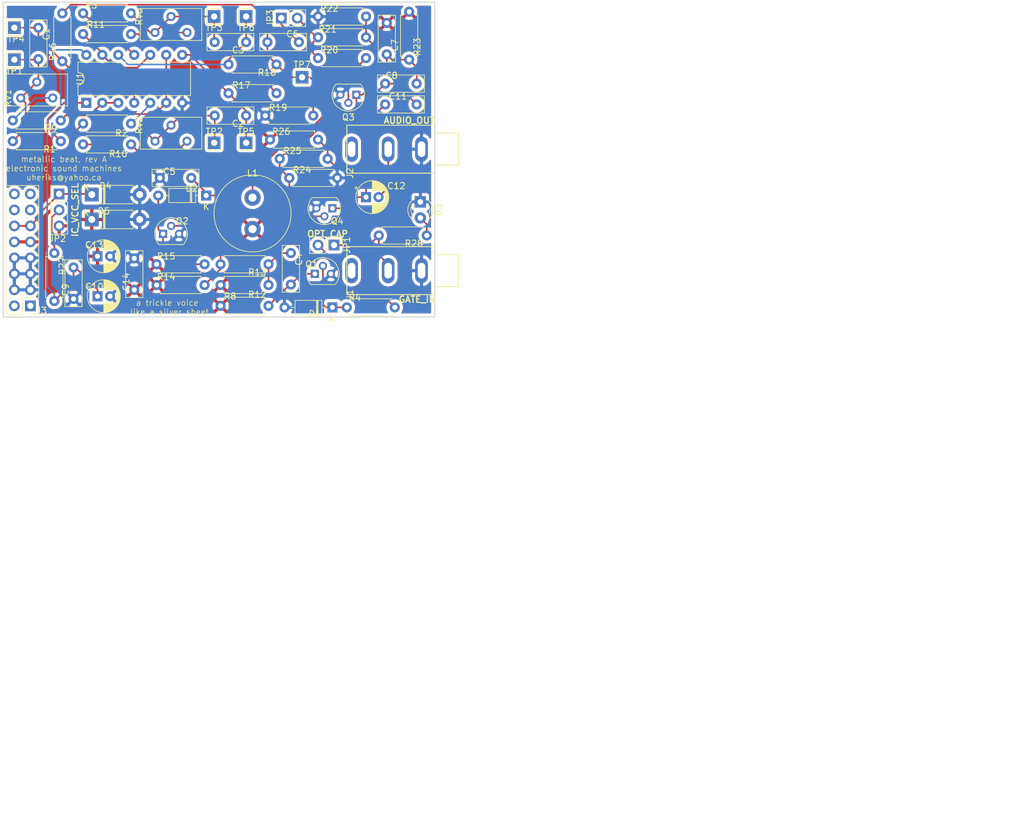
<source format=kicad_pcb>
(kicad_pcb (version 20171130) (host pcbnew "(5.0.0-3-g5ebb6b6)")
  (layers (0 F.Cu signal) (31 B.Cu signal) (34 B.Paste user) (35 F.Paste user) (36 B.SilkS user) (37 F.SilkS user) (38 B.Mask user) (39 F.Mask user) (44 Edge.Cuts user))
  (net 0 "")
  (net 1 "Net-(C1-Pad1)")
  (net 2 "Net-(C1-Pad2)")
  (net 3 "Net-(C2-Pad2)")
  (net 4 "Net-(C2-Pad1)")
  (net 5 "Net-(C3-Pad1)")
  (net 6 "Net-(C3-Pad2)")
  (net 7 "Net-(C4-Pad2)")
  (net 8 "Net-(C4-Pad1)")
  (net 9 "Net-(C5-Pad2)")
  (net 10 GND)
  (net 11 "Net-(C6-Pad1)")
  (net 12 "Net-(C6-Pad2)")
  (net 13 "Net-(C7-Pad2)")
  (net 14 +12V)
  (net 15 "Net-(C11-Pad2)")
  (net 16 "Net-(C10-Pad1)")
  (net 17 "Net-(C11-Pad1)")
  (net 18 "Net-(C12-Pad2)")
  (net 19 "Net-(D1-Pad1)")
  (net 20 "Net-(D2-Pad2)")
  (net 21 "Net-(D3-Pad2)")
  (net 22 "Net-(J1-Pad1)")
  (net 23 +5V)
  (net 24 "Net-(JP1-Pad2)")
  (net 25 "Net-(JP2-Pad2)")
  (net 26 "Net-(R1-Pad1)")
  (net 27 "Net-(R2-Pad1)")
  (net 28 "Net-(R3-Pad1)")
  (net 29 "Net-(R9-Pad1)")
  (net 30 "Net-(R9-Pad2)")
  (net 31 "Net-(R10-Pad2)")
  (net 32 "Net-(R10-Pad1)")
  (net 33 "Net-(R11-Pad1)")
  (net 34 "Net-(R11-Pad2)")
  (net 35 "Net-(Q2-Pad2)")
  (net 36 "Net-(Q3-Pad2)")
  (net 37 "Net-(JP3-Pad2)")
  (module Capacitor_THT:C_Rect_L7.2mm_W2.5mm_P5.00mm_FKS2_FKP2_MKS2_MKP2 (layer F.Cu) (at 114.808 65.786 270)
    (fp_text reference C1 (at 1.016 -1.27 270) (layer F.SilkS))
    (fp_text value "1.5 nF")
    (pad 1 thru_hole circle (at 0 0 270) (size 1.6 1.6) (drill 0.8) (layers *.Cu *.Mask) (net 1 "Net-(C1-Pad1)"))
    (pad 2 thru_hole circle (at 5 0 270) (size 1.6 1.6) (drill 0.8) (layers *.Cu *.Mask) (net 2 "Net-(C1-Pad2)"))
  )
  (module Capacitor_THT:C_Rect_L7.2mm_W2.5mm_P5.00mm_FKS2_FKP2_MKS2_MKP2 (layer F.Cu) (at 147.828 79.756 180)
    (fp_text reference C2 (at 1.27 -1.27 180) (layer F.SilkS))
    (fp_text value "1.8 nF")
    (pad 2 thru_hole circle (at 5 0 180) (size 1.6 1.6) (drill 0.8) (layers *.Cu *.Mask) (net 3 "Net-(C2-Pad2)"))
    (pad 1 thru_hole circle (at 0 0 180) (size 1.6 1.6) (drill 0.8) (layers *.Cu *.Mask) (net 4 "Net-(C2-Pad1)"))
  )
  (module Capacitor_THT:C_Rect_L7.2mm_W2.5mm_P5.00mm_FKS2_FKP2_MKS2_MKP2 (layer F.Cu) (at 147.828 68.072 180)
    (fp_text reference C3 (at 1.27 -1.27 180) (layer F.SilkS))
    (fp_text value "2.2 nF")
    (pad 1 thru_hole circle (at 0 0 180) (size 1.6 1.6) (drill 0.8) (layers *.Cu *.Mask) (net 5 "Net-(C3-Pad1)"))
    (pad 2 thru_hole circle (at 5 0 180) (size 1.6 1.6) (drill 0.8) (layers *.Cu *.Mask) (net 6 "Net-(C3-Pad2)"))
  )
  (module Capacitor_THT:C_Rect_L7.2mm_W2.5mm_P5.00mm_FKS2_FKP2_MKS2_MKP2 (layer F.Cu) (at 154.94 101.6 270)
    (fp_text reference C4 (at 1.016 -1.27 270) (layer F.SilkS))
    (fp_text value "470 nF")
    (pad 2 thru_hole circle (at 5 0 270) (size 1.6 1.6) (drill 0.8) (layers *.Cu *.Mask) (net 7 "Net-(C4-Pad2)"))
    (pad 1 thru_hole circle (at 0 0 270) (size 1.6 1.6) (drill 0.8) (layers *.Cu *.Mask) (net 8 "Net-(C4-Pad1)"))
  )
  (module Capacitor_THT:C_Rect_L7.2mm_W2.5mm_P5.00mm_FKS2_FKP2_MKS2_MKP2 (layer F.Cu) (at 134.112 89.662)
    (fp_text reference C5 (at 1.524 -1.016) (layer F.SilkS))
    (fp_text value "22 nF")
    (pad 2 thru_hole circle (at 5 0) (size 1.6 1.6) (drill 0.8) (layers *.Cu *.Mask) (net 9 "Net-(C5-Pad2)"))
    (pad 1 thru_hole circle (at 0 0) (size 1.6 1.6) (drill 0.8) (layers *.Cu *.Mask) (net 10 GND))
  )
  (module Capacitor_THT:C_Rect_L7.2mm_W2.5mm_P5.00mm_FKS2_FKP2_MKS2_MKP2 (layer F.Cu) (at 156.21 68.072 180)
    (fp_text reference C6 (at 1.016 1.27 180) (layer F.SilkS))
    (fp_text value "15 nF")
    (pad 1 thru_hole circle (at 0 0 180) (size 1.6 1.6) (drill 0.8) (layers *.Cu *.Mask) (net 11 "Net-(C6-Pad1)"))
    (pad 2 thru_hole circle (at 5 0 180) (size 1.6 1.6) (drill 0.8) (layers *.Cu *.Mask) (net 12 "Net-(C6-Pad2)"))
  )
  (module Capacitor_THT:C_Rect_L7.2mm_W2.5mm_P5.00mm_FKS2_FKP2_MKS2_MKP2 (layer F.Cu) (at 170.18 65.024 270)
    (fp_text reference C7 (at 3.556 -1.27 270) (layer F.SilkS))
    (fp_text value "15 nF")
    (pad 2 thru_hole circle (at 5 0 270) (size 1.6 1.6) (drill 0.8) (layers *.Cu *.Mask) (net 13 "Net-(C7-Pad2)"))
    (pad 1 thru_hole circle (at 0 0 270) (size 1.6 1.6) (drill 0.8) (layers *.Cu *.Mask) (net 14 +12V))
  )
  (module Capacitor_THT:C_Rect_L7.2mm_W2.5mm_P5.00mm_FKS2_FKP2_MKS2_MKP2 (layer F.Cu) (at 169.926 74.676)
    (fp_text reference C8 (at 1.016 -1.27) (layer F.SilkS))
    (fp_text value 68nF)
    (pad 1 thru_hole circle (at 0 0) (size 1.6 1.6) (drill 0.8) (layers *.Cu *.Mask) (net 15 "Net-(C11-Pad2)"))
    (pad 2 thru_hole circle (at 5 0) (size 1.6 1.6) (drill 0.8) (layers *.Cu *.Mask) (net 13 "Net-(C7-Pad2)"))
  )
  (module Capacitor_THT:C_Rect_L7.2mm_W2.5mm_P5.00mm_FKS2_FKP2_MKS2_MKP2 (layer F.Cu) (at 120.396 103.886 270)
    (fp_text reference C9 (at 3.556 1.27 270) (layer F.SilkS))
    (fp_text value 100nF)
    (pad 1 thru_hole circle (at 0 0 270) (size 1.6 1.6) (drill 0.8) (layers *.Cu *.Mask) (net 16 "Net-(C10-Pad1)"))
    (pad 2 thru_hole circle (at 5 0 270) (size 1.6 1.6) (drill 0.8) (layers *.Cu *.Mask) (net 10 GND))
  )
  (module Capacitor_THT:CP_Radial_D5.0mm_P2.00mm (layer F.Cu) (at 124.206 108.458)
    (fp_text reference C10 (at -0.508 -1.524) (layer F.SilkS))
    (fp_text value 10uF)
    (pad 1 thru_hole rect (at 0 0) (size 1.6 1.6) (drill 0.8) (layers *.Cu *.Mask) (net 16 "Net-(C10-Pad1)"))
    (pad 2 thru_hole circle (at 2 0) (size 1.6 1.6) (drill 0.8) (layers *.Cu *.Mask) (net 10 GND))
  )
  (module Capacitor_THT:C_Rect_L7.2mm_W2.5mm_P5.00mm_FKS2_FKP2_MKS2_MKP2 (layer F.Cu) (at 169.926 77.978)
    (fp_text reference C11 (at 2.032 -1.27) (layer F.SilkS))
    (fp_text value 100pF)
    (pad 2 thru_hole circle (at 5 0) (size 1.6 1.6) (drill 0.8) (layers *.Cu *.Mask) (net 15 "Net-(C11-Pad2)"))
    (pad 1 thru_hole circle (at 0 0) (size 1.6 1.6) (drill 0.8) (layers *.Cu *.Mask) (net 17 "Net-(C11-Pad1)"))
  )
  (module Capacitor_THT:CP_Radial_D5.0mm_P2.00mm (layer F.Cu) (at 166.878 92.71)
    (fp_text reference C12 (at 4.826 -1.778) (layer F.SilkS))
    (fp_text value 4.7uF)
    (pad 1 thru_hole rect (at 0 0) (size 1.6 1.6) (drill 0.8) (layers *.Cu *.Mask) (net 17 "Net-(C11-Pad1)"))
    (pad 2 thru_hole circle (at 2 0) (size 1.6 1.6) (drill 0.8) (layers *.Cu *.Mask) (net 18 "Net-(C12-Pad2)"))
  )
  (module Capacitor_THT:CP_Radial_D5.0mm_P2.00mm (layer F.Cu) (at 124.206 102.108)
    (fp_text reference C13 (at -0.508 -1.778) (layer F.SilkS))
    (fp_text value 10uF)
    (pad 2 thru_hole circle (at 2 0) (size 1.6 1.6) (drill 0.8) (layers *.Cu *.Mask) (net 10 GND))
    (pad 1 thru_hole rect (at 0 0) (size 1.6 1.6) (drill 0.8) (layers *.Cu *.Mask) (net 14 +12V))
  )
  (module Capacitor_THT:C_Rect_L7.2mm_W2.5mm_P5.00mm_FKS2_FKP2_MKS2_MKP2 (layer F.Cu) (at 130.048 107.442 90)
    (fp_text reference C14 (at 1.27 -1.27 90) (layer F.SilkS))
    (fp_text value 100nF)
    (pad 1 thru_hole circle (at 0 0 90) (size 1.6 1.6) (drill 0.8) (layers *.Cu *.Mask) (net 14 +12V))
    (pad 2 thru_hole circle (at 5 0 90) (size 1.6 1.6) (drill 0.8) (layers *.Cu *.Mask) (net 10 GND))
  )
  (module Diode_THT:D_DO-35_SOD27_P7.62mm_Horizontal (layer F.Cu) (at 161.544 110.236 180)
    (fp_text reference D1 (at 2.794 -1.016 180) (layer F.SilkS))
    (fp_text value 1N4148)
    (fp_text user K (at 0 -1.8 180) (layer F.SilkS))
    (pad 1 thru_hole rect (at 0 0 180) (size 1.6 1.6) (drill 0.8) (layers *.Cu *.Mask) (net 19 "Net-(D1-Pad1)"))
    (pad 2 thru_hole oval (at 7.62 0 180) (size 1.6 1.6) (drill 0.8) (layers *.Cu *.Mask) (net 10 GND))
  )
  (module Diode_THT:D_DO-35_SOD27_P7.62mm_Horizontal (layer F.Cu) (at 141.478 92.456 180)
    (fp_text reference D2 (at 2.29 1.12 180) (layer F.SilkS))
    (fp_text value 1N4148)
    (fp_text user K (at 0 -1.8 180) (layer F.SilkS))
    (pad 2 thru_hole oval (at 7.62 0 180) (size 1.6 1.6) (drill 0.8) (layers *.Cu *.Mask) (net 20 "Net-(D2-Pad2)"))
    (pad 1 thru_hole rect (at 0 0 180) (size 1.6 1.6) (drill 0.8) (layers *.Cu *.Mask) (net 9 "Net-(C5-Pad2)"))
  )
  (module LED_THT:LED_D3.0mm_FlatTop (layer F.Cu) (at 175.514 93.472 270)
    (fp_text reference D3 (at 1.27 -2.96 270) (layer F.SilkS))
    (fp_text value "LOW POWER LED")
    (pad 1 thru_hole rect (at 0 0 270) (size 1.8 1.8) (drill 0.9) (layers *.Cu *.Mask) (net 10 GND))
    (pad 2 thru_hole circle (at 2.54 0 270) (size 1.8 1.8) (drill 0.9) (layers *.Cu *.Mask) (net 21 "Net-(D3-Pad2)"))
  )
  (module kicadlib:Switchcraft_35RAPC2AV_3_5_mm_jack_no_switch (layer F.Cu) (at 163.83 108.204 90)
    (fp_text reference J1 (at 0 0.5 90) (layer F.SilkS))
    (fp_text value GATE_IN)
    (pad "" thru_hole oval (at 3.81 0.77 90) (size 4 2) (drill oval 2.5 1.2) (layers *.Cu *.Mask))
    (pad 1 thru_hole oval (at 3.81 6.57 90) (size 4 2) (drill oval 2.5 1.2) (layers *.Cu *.Mask) (net 22 "Net-(J1-Pad1)"))
    (pad 2 thru_hole oval (at 3.81 11.87 90) (size 4 2) (drill oval 2.5 1.2) (layers *.Cu *.Mask) (net 10 GND))
  )
  (module kicadlib:Switchcraft_35RAPC2AV_3_5_mm_jack_no_switch (layer F.Cu) (at 163.83 88.9 90)
    (fp_text reference J2 (at 0 0.5 90) (layer F.SilkS))
    (fp_text value AUDIO_OUT)
    (pad 2 thru_hole oval (at 3.81 11.87 90) (size 4 2) (drill oval 2.5 1.2) (layers *.Cu *.Mask) (net 10 GND))
    (pad 1 thru_hole oval (at 3.81 6.57 90) (size 4 2) (drill oval 2.5 1.2) (layers *.Cu *.Mask) (net 18 "Net-(C12-Pad2)"))
    (pad "" thru_hole oval (at 3.81 0.77 90) (size 4 2) (drill oval 2.5 1.2) (layers *.Cu *.Mask))
  )
  (module Connector_PinHeader_2.54mm:PinHeader_2x08_P2.54mm_Vertical (layer F.Cu) (at 113.538 109.982 180)
    (fp_text reference J3 (at -1.778 -0.762 180) (layer F.SilkS))
    (fp_text value POWER)
    (pad 1 thru_hole rect (at 0 0 180) (size 1.7 1.7) (drill 1) (layers *.Cu *.Mask))
    (pad 2 thru_hole oval (at 2.54 0 180) (size 1.7 1.7) (drill 1) (layers *.Cu *.Mask))
    (pad 3 thru_hole oval (at 0 2.54 180) (size 1.7 1.7) (drill 1) (layers *.Cu *.Mask) (net 10 GND))
    (pad 4 thru_hole oval (at 2.54 2.54 180) (size 1.7 1.7) (drill 1) (layers *.Cu *.Mask) (net 10 GND))
    (pad 5 thru_hole oval (at 0 5.08 180) (size 1.7 1.7) (drill 1) (layers *.Cu *.Mask) (net 10 GND))
    (pad 6 thru_hole oval (at 2.54 5.08 180) (size 1.7 1.7) (drill 1) (layers *.Cu *.Mask) (net 10 GND))
    (pad 7 thru_hole oval (at 0 7.62 180) (size 1.7 1.7) (drill 1) (layers *.Cu *.Mask) (net 10 GND))
    (pad 8 thru_hole oval (at 2.54 7.62 180) (size 1.7 1.7) (drill 1) (layers *.Cu *.Mask) (net 10 GND))
    (pad 9 thru_hole oval (at 0 10.16 180) (size 1.7 1.7) (drill 1) (layers *.Cu *.Mask) (net 14 +12V))
    (pad 10 thru_hole oval (at 2.54 10.16 180) (size 1.7 1.7) (drill 1) (layers *.Cu *.Mask) (net 14 +12V))
    (pad 11 thru_hole oval (at 0 12.7 180) (size 1.7 1.7) (drill 1) (layers *.Cu *.Mask) (net 23 +5V))
    (pad 12 thru_hole oval (at 2.54 12.7 180) (size 1.7 1.7) (drill 1) (layers *.Cu *.Mask) (net 23 +5V))
    (pad 13 thru_hole oval (at 0 15.24 180) (size 1.7 1.7) (drill 1) (layers *.Cu *.Mask))
    (pad 14 thru_hole oval (at 2.54 15.24 180) (size 1.7 1.7) (drill 1) (layers *.Cu *.Mask))
    (pad 15 thru_hole oval (at 0 17.78 180) (size 1.7 1.7) (drill 1) (layers *.Cu *.Mask))
    (pad 16 thru_hole oval (at 2.54 17.78 180) (size 1.7 1.7) (drill 1) (layers *.Cu *.Mask))
  )
  (module Connector_PinHeader_2.54mm:PinHeader_1x02_P2.54mm_Vertical (layer F.Cu) (at 161.798 100.33 270)
    (fp_text reference JP1 (at 0 -2.032 270) (layer F.SilkS))
    (fp_text value OPT_CAP)
    (pad 1 thru_hole rect (at 0 0 270) (size 1.7 1.7) (drill 1) (layers *.Cu *.Mask) (net 22 "Net-(J1-Pad1)"))
    (pad 2 thru_hole oval (at 0 2.54 270) (size 1.7 1.7) (drill 1) (layers *.Cu *.Mask) (net 24 "Net-(JP1-Pad2)"))
  )
  (module Connector_PinHeader_2.54mm:PinHeader_1x03_P2.54mm_Vertical (layer F.Cu) (at 118.11 92.202)
    (fp_text reference JP2 (at -0.254 7.112) (layer F.SilkS))
    (fp_text value IC_VCC_SEL)
    (pad 1 thru_hole rect (at 0 0) (size 1.7 1.7) (drill 1) (layers *.Cu *.Mask) (net 23 +5V))
    (pad 2 thru_hole oval (at 0 2.54) (size 1.7 1.7) (drill 1) (layers *.Cu *.Mask) (net 25 "Net-(JP2-Pad2)"))
    (pad 3 thru_hole oval (at 0 5.08) (size 1.7 1.7) (drill 1) (layers *.Cu *.Mask) (net 14 +12V))
  )
  (module Inductor_THT:L_Radial_D12.0mm_P5.00mm_Fastron_11P (layer F.Cu) (at 148.844 97.79 90)
    (fp_text reference L1 (at 8.89 0 180) (layer F.SilkS))
    (fp_text value "47 mH")
    (pad 1 thru_hole circle (at 0 0 90) (size 2.6 2.6) (drill 1.3) (layers *.Cu *.Mask) (net 14 +12V))
    (pad 2 thru_hole circle (at 5 0 90) (size 2.6 2.6) (drill 1.3) (layers *.Cu *.Mask) (net 13 "Net-(C7-Pad2)"))
  )
  (module Resistor_THT:R_Axial_DIN0207_L6.3mm_D2.5mm_P7.62mm_Horizontal (layer F.Cu) (at 118.364 83.82 180)
    (fp_text reference R1 (at 1.778 -1.27 180) (layer F.SilkS))
    (fp_text value 4.7k)
    (pad 2 thru_hole oval (at 7.62 0 180) (size 1.6 1.6) (drill 0.8) (layers *.Cu *.Mask) (net 2 "Net-(C1-Pad2)"))
    (pad 1 thru_hole circle (at 0 0 180) (size 1.6 1.6) (drill 0.8) (layers *.Cu *.Mask) (net 26 "Net-(R1-Pad1)"))
  )
  (module Resistor_THT:R_Axial_DIN0207_L6.3mm_D2.5mm_P7.62mm_Horizontal (layer F.Cu) (at 129.54 81.026 180)
    (fp_text reference R2 (at 1.524 -1.524 180) (layer F.SilkS))
    (fp_text value 4.7k)
    (pad 2 thru_hole oval (at 7.62 0 180) (size 1.6 1.6) (drill 0.8) (layers *.Cu *.Mask) (net 3 "Net-(C2-Pad2)"))
    (pad 1 thru_hole circle (at 0 0 180) (size 1.6 1.6) (drill 0.8) (layers *.Cu *.Mask) (net 27 "Net-(R2-Pad1)"))
  )
  (module Resistor_THT:R_Axial_DIN0207_L6.3mm_D2.5mm_P7.62mm_Horizontal (layer F.Cu) (at 121.92 63.5)
    (fp_text reference R3 (at 1.27 -1.27) (layer F.SilkS))
    (fp_text value 4.7k)
    (pad 1 thru_hole circle (at 0 0) (size 1.6 1.6) (drill 0.8) (layers *.Cu *.Mask) (net 28 "Net-(R3-Pad1)"))
    (pad 2 thru_hole oval (at 7.62 0) (size 1.6 1.6) (drill 0.8) (layers *.Cu *.Mask) (net 6 "Net-(C3-Pad2)"))
  )
  (module Resistor_THT:R_Axial_DIN0207_L6.3mm_D2.5mm_P7.62mm_Horizontal (layer F.Cu) (at 163.83 110.236)
    (fp_text reference R4 (at 1.27 -1.524) (layer F.SilkS))
    (fp_text value 680)
    (pad 1 thru_hole circle (at 0 0) (size 1.6 1.6) (drill 0.8) (layers *.Cu *.Mask) (net 19 "Net-(D1-Pad1)"))
    (pad 2 thru_hole oval (at 7.62 0) (size 1.6 1.6) (drill 0.8) (layers *.Cu *.Mask) (net 24 "Net-(JP1-Pad2)"))
  )
  (module Resistor_THT:R_Axial_DIN0207_L6.3mm_D2.5mm_P7.62mm_Horizontal (layer F.Cu) (at 143.764 109.982)
    (fp_text reference R8 (at 1.524 -1.524) (layer F.SilkS))
    (fp_text value 100k)
    (pad 1 thru_hole circle (at 0 0) (size 1.6 1.6) (drill 0.8) (layers *.Cu *.Mask) (net 14 +12V))
    (pad 2 thru_hole oval (at 7.62 0) (size 1.6 1.6) (drill 0.8) (layers *.Cu *.Mask) (net 7 "Net-(C4-Pad2)"))
  )
  (module Resistor_THT:R_Axial_DIN0207_L6.3mm_D2.5mm_P7.62mm_Horizontal (layer F.Cu) (at 118.364 80.518 180)
    (fp_text reference R9 (at 1.524 -1.27 180) (layer F.SilkS))
    (fp_text value 39k)
    (pad 1 thru_hole circle (at 0 0 180) (size 1.6 1.6) (drill 0.8) (layers *.Cu *.Mask) (net 29 "Net-(R9-Pad1)"))
    (pad 2 thru_hole oval (at 7.62 0 180) (size 1.6 1.6) (drill 0.8) (layers *.Cu *.Mask) (net 30 "Net-(R9-Pad2)"))
  )
  (module Resistor_THT:R_Axial_DIN0207_L6.3mm_D2.5mm_P7.62mm_Horizontal (layer F.Cu) (at 121.92 84.328)
    (fp_text reference R10 (at 5.588 1.524) (layer F.SilkS))
    (fp_text value 39k)
    (pad 2 thru_hole oval (at 7.62 0) (size 1.6 1.6) (drill 0.8) (layers *.Cu *.Mask) (net 31 "Net-(R10-Pad2)"))
    (pad 1 thru_hole circle (at 0 0) (size 1.6 1.6) (drill 0.8) (layers *.Cu *.Mask) (net 32 "Net-(R10-Pad1)"))
  )
  (module Resistor_THT:R_Axial_DIN0207_L6.3mm_D2.5mm_P7.62mm_Horizontal (layer F.Cu) (at 121.92 66.802)
    (fp_text reference R11 (at 2.032 -1.524) (layer F.SilkS))
    (fp_text value 39k)
    (pad 1 thru_hole circle (at 0 0) (size 1.6 1.6) (drill 0.8) (layers *.Cu *.Mask) (net 33 "Net-(R11-Pad1)"))
    (pad 2 thru_hole oval (at 7.62 0) (size 1.6 1.6) (drill 0.8) (layers *.Cu *.Mask) (net 34 "Net-(R11-Pad2)"))
  )
  (module Resistor_THT:R_Axial_DIN0207_L6.3mm_D2.5mm_P7.62mm_Horizontal (layer F.Cu) (at 143.764 106.68)
    (fp_text reference R12 (at 5.842 1.524) (layer F.SilkS))
    (fp_text value 10k)
    (pad 2 thru_hole oval (at 7.62 0) (size 1.6 1.6) (drill 0.8) (layers *.Cu *.Mask) (net 8 "Net-(C4-Pad1)"))
    (pad 1 thru_hole circle (at 0 0) (size 1.6 1.6) (drill 0.8) (layers *.Cu *.Mask) (net 14 +12V))
  )
  (module Resistor_THT:R_Axial_DIN0207_L6.3mm_D2.5mm_P7.62mm_Horizontal (layer F.Cu) (at 143.764 103.378)
    (fp_text reference R13 (at 5.842 1.27) (layer F.SilkS))
    (fp_text value 1k)
    (pad 2 thru_hole oval (at 7.62 0) (size 1.6 1.6) (drill 0.8) (layers *.Cu *.Mask) (net 8 "Net-(C4-Pad1)"))
    (pad 1 thru_hole circle (at 0 0) (size 1.6 1.6) (drill 0.8) (layers *.Cu *.Mask) (net 35 "Net-(Q2-Pad2)"))
  )
  (module Resistor_THT:R_Axial_DIN0207_L6.3mm_D2.5mm_P7.62mm_Horizontal (layer F.Cu) (at 133.604 106.68)
    (fp_text reference R14 (at 1.524 -1.27) (layer F.SilkS))
    (fp_text value 820k)
    (pad 1 thru_hole circle (at 0 0) (size 1.6 1.6) (drill 0.8) (layers *.Cu *.Mask) (net 14 +12V))
    (pad 2 thru_hole oval (at 7.62 0) (size 1.6 1.6) (drill 0.8) (layers *.Cu *.Mask) (net 35 "Net-(Q2-Pad2)"))
  )
  (module Resistor_THT:R_Axial_DIN0207_L6.3mm_D2.5mm_P7.62mm_Horizontal (layer F.Cu) (at 133.604 103.378)
    (fp_text reference R15 (at 1.524 -1.27) (layer F.SilkS))
    (fp_text value 10k)
    (pad 1 thru_hole circle (at 0 0) (size 1.6 1.6) (drill 0.8) (layers *.Cu *.Mask) (net 14 +12V))
    (pad 2 thru_hole oval (at 7.62 0) (size 1.6 1.6) (drill 0.8) (layers *.Cu *.Mask) (net 20 "Net-(D2-Pad2)"))
  )
  (module Resistor_THT:R_Axial_DIN0207_L6.3mm_D2.5mm_P7.62mm_Horizontal (layer F.Cu) (at 118.618 63.5 270)
    (fp_text reference R16 (at 6.096 1.524 270) (layer F.SilkS))
    (fp_text value 470k)
    (pad 2 thru_hole oval (at 7.62 0 270) (size 1.6 1.6) (drill 0.8) (layers *.Cu *.Mask) (net 1 "Net-(C1-Pad1)"))
    (pad 1 thru_hole circle (at 0 0 270) (size 1.6 1.6) (drill 0.8) (layers *.Cu *.Mask) (net 12 "Net-(C6-Pad2)"))
  )
  (module Resistor_THT:R_Axial_DIN0207_L6.3mm_D2.5mm_P7.62mm_Horizontal (layer F.Cu) (at 152.654 76.2 180)
    (fp_text reference R17 (at 5.588 1.27 180) (layer F.SilkS))
    (fp_text value 470k)
    (pad 1 thru_hole circle (at 0 0 180) (size 1.6 1.6) (drill 0.8) (layers *.Cu *.Mask) (net 12 "Net-(C6-Pad2)"))
    (pad 2 thru_hole oval (at 7.62 0 180) (size 1.6 1.6) (drill 0.8) (layers *.Cu *.Mask) (net 4 "Net-(C2-Pad1)"))
  )
  (module Resistor_THT:R_Axial_DIN0207_L6.3mm_D2.5mm_P7.62mm_Horizontal (layer F.Cu) (at 152.654 71.628 180)
    (fp_text reference R18 (at 1.524 -1.27 180) (layer F.SilkS))
    (fp_text value 470k)
    (pad 1 thru_hole circle (at 0 0 180) (size 1.6 1.6) (drill 0.8) (layers *.Cu *.Mask) (net 12 "Net-(C6-Pad2)"))
    (pad 2 thru_hole oval (at 7.62 0 180) (size 1.6 1.6) (drill 0.8) (layers *.Cu *.Mask) (net 5 "Net-(C3-Pad1)"))
  )
  (module Resistor_THT:R_Axial_DIN0207_L6.3mm_D2.5mm_P7.62mm_Horizontal (layer F.Cu) (at 150.876 79.756)
    (fp_text reference R19 (at 2.032 -1.27) (layer F.SilkS))
    (fp_text value 6.8k)
    (pad 2 thru_hole oval (at 7.62 0) (size 1.6 1.6) (drill 0.8) (layers *.Cu *.Mask) (net 12 "Net-(C6-Pad2)"))
    (pad 1 thru_hole circle (at 0 0) (size 1.6 1.6) (drill 0.8) (layers *.Cu *.Mask) (net 10 GND))
  )
  (module Resistor_THT:R_Axial_DIN0207_L6.3mm_D2.5mm_P7.62mm_Horizontal (layer F.Cu) (at 159.258 70.612)
    (fp_text reference R20 (at 1.778 -1.27) (layer F.SilkS))
    (fp_text value 3.3M)
    (pad 2 thru_hole oval (at 7.62 0) (size 1.6 1.6) (drill 0.8) (layers *.Cu *.Mask) (net 9 "Net-(C5-Pad2)"))
    (pad 1 thru_hole circle (at 0 0) (size 1.6 1.6) (drill 0.8) (layers *.Cu *.Mask) (net 37 "Net-(JP3-Pad2)"))
  )
  (module Resistor_THT:R_Axial_DIN0207_L6.3mm_D2.5mm_P7.62mm_Horizontal (layer F.Cu) (at 166.878 67.31 180)
    (fp_text reference R21 (at 6.096 1.27 180) (layer F.SilkS))
    (fp_text value 100K)
    (pad 2 thru_hole oval (at 7.62 0 180) (size 1.6 1.6) (drill 0.8) (layers *.Cu *.Mask) (net 37 "Net-(JP3-Pad2)"))
    (pad 1 thru_hole circle (at 0 0 180) (size 1.6 1.6) (drill 0.8) (layers *.Cu *.Mask) (net 36 "Net-(Q3-Pad2)"))
  )
  (module Resistor_THT:R_Axial_DIN0207_L6.3mm_D2.5mm_P7.62mm_Horizontal (layer F.Cu) (at 166.878 64.008 180)
    (fp_text reference R22 (at 5.842 1.27 180) (layer F.SilkS))
    (fp_text value 270K)
    (pad 2 thru_hole oval (at 7.62 0 180) (size 1.6 1.6) (drill 0.8) (layers *.Cu *.Mask) (net 10 GND))
    (pad 1 thru_hole circle (at 0 0 180) (size 1.6 1.6) (drill 0.8) (layers *.Cu *.Mask) (net 36 "Net-(Q3-Pad2)"))
  )
  (module Resistor_THT:R_Axial_DIN0207_L6.3mm_D2.5mm_P7.62mm_Horizontal (layer F.Cu) (at 173.736 63.246 270)
    (fp_text reference R23 (at 5.588 -1.27 270) (layer F.SilkS))
    (fp_text value 10k)
    (pad 1 thru_hole circle (at 0 0 270) (size 1.6 1.6) (drill 0.8) (layers *.Cu *.Mask) (net 14 +12V))
    (pad 2 thru_hole oval (at 7.62 0 270) (size 1.6 1.6) (drill 0.8) (layers *.Cu *.Mask) (net 13 "Net-(C7-Pad2)"))
  )
  (module Resistor_THT:R_Axial_DIN0207_L6.3mm_D2.5mm_P7.62mm_Horizontal (layer F.Cu) (at 154.686 89.662)
    (fp_text reference R24 (at 2.032 -1.27) (layer F.SilkS))
    (fp_text value 120k)
    (pad 1 thru_hole circle (at 0 0) (size 1.6 1.6) (drill 0.8) (layers *.Cu *.Mask) (net 15 "Net-(C11-Pad2)"))
    (pad 2 thru_hole oval (at 7.62 0) (size 1.6 1.6) (drill 0.8) (layers *.Cu *.Mask) (net 10 GND))
  )
  (module Resistor_THT:R_Axial_DIN0207_L6.3mm_D2.5mm_P7.62mm_Horizontal (layer F.Cu) (at 160.782 86.614 180)
    (fp_text reference R25 (at 5.588 1.27 180) (layer F.SilkS))
    (fp_text value 470k)
    (pad 2 thru_hole oval (at 7.62 0 180) (size 1.6 1.6) (drill 0.8) (layers *.Cu *.Mask) (net 15 "Net-(C11-Pad2)"))
    (pad 1 thru_hole circle (at 0 0 180) (size 1.6 1.6) (drill 0.8) (layers *.Cu *.Mask) (net 17 "Net-(C11-Pad1)"))
  )
  (module Resistor_THT:R_Axial_DIN0207_L6.3mm_D2.5mm_P7.62mm_Horizontal (layer F.Cu) (at 151.638 83.566)
    (fp_text reference R26 (at 1.778 -1.27) (layer F.SilkS))
    (fp_text value 47k)
    (pad 2 thru_hole oval (at 7.62 0) (size 1.6 1.6) (drill 0.8) (layers *.Cu *.Mask) (net 17 "Net-(C11-Pad1)"))
    (pad 1 thru_hole circle (at 0 0) (size 1.6 1.6) (drill 0.8) (layers *.Cu *.Mask) (net 14 +12V))
  )
  (module Resistor_THT:R_Axial_DIN0207_L6.3mm_D2.5mm_P7.62mm_Horizontal (layer F.Cu) (at 117.348 101.6 270)
    (fp_text reference R27 (at 2.032 -1.27 270) (layer F.SilkS))
    (fp_text value 47)
    (pad 1 thru_hole circle (at 0 0 270) (size 1.6 1.6) (drill 0.8) (layers *.Cu *.Mask) (net 25 "Net-(JP2-Pad2)"))
    (pad 2 thru_hole oval (at 7.62 0 270) (size 1.6 1.6) (drill 0.8) (layers *.Cu *.Mask) (net 16 "Net-(C10-Pad1)"))
  )
  (module Resistor_THT:R_Axial_DIN0207_L6.3mm_D2.5mm_P7.62mm_Horizontal (layer F.Cu) (at 176.53 98.806 180)
    (fp_text reference R28 (at 2.032 -1.27 180) (layer F.SilkS))
    (fp_text value 4.7k)
    (pad 1 thru_hole circle (at 0 0 180) (size 1.6 1.6) (drill 0.8) (layers *.Cu *.Mask) (net 21 "Net-(D3-Pad2)"))
    (pad 2 thru_hole oval (at 7.62 0 180) (size 1.6 1.6) (drill 0.8) (layers *.Cu *.Mask) (net 22 "Net-(J1-Pad1)"))
  )
  (module Potentiometer_THT:Potentiometer_Bourns_3386X_Horizontal (layer F.Cu) (at 112.014 76.962 90)
    (fp_text reference RV1 (at 0 -2.032 90) (layer F.SilkS))
    (fp_text value 20k)
    (pad 1 thru_hole circle (at 0 0 90) (size 1.44 1.44) (drill 0.8) (layers *.Cu *.Mask) (net 2 "Net-(C1-Pad2)"))
    (pad 2 thru_hole circle (at 2.54 2.54 90) (size 1.44 1.44) (drill 0.8) (layers *.Cu *.Mask) (net 2 "Net-(C1-Pad2)"))
    (pad 3 thru_hole circle (at 0 5.08 90) (size 1.44 1.44) (drill 0.8) (layers *.Cu *.Mask) (net 30 "Net-(R9-Pad2)"))
  )
  (module Potentiometer_THT:Potentiometer_Bourns_3386X_Horizontal (layer F.Cu) (at 133.35 83.82 90)
    (fp_text reference RV2 (at 2.54 -2.54 90) (layer F.SilkS))
    (fp_text value 20k)
    (pad 3 thru_hole circle (at 0 5.08 90) (size 1.44 1.44) (drill 0.8) (layers *.Cu *.Mask) (net 31 "Net-(R10-Pad2)"))
    (pad 2 thru_hole circle (at 2.54 2.54 90) (size 1.44 1.44) (drill 0.8) (layers *.Cu *.Mask) (net 3 "Net-(C2-Pad2)"))
    (pad 1 thru_hole circle (at 0 0 90) (size 1.44 1.44) (drill 0.8) (layers *.Cu *.Mask) (net 3 "Net-(C2-Pad2)"))
  )
  (module Potentiometer_THT:Potentiometer_Bourns_3386X_Horizontal (layer F.Cu) (at 133.35 66.548 90)
    (fp_text reference RV3 (at 2.54 -2.54 90) (layer F.SilkS))
    (fp_text value 20k)
    (pad 3 thru_hole circle (at 0 5.08 90) (size 1.44 1.44) (drill 0.8) (layers *.Cu *.Mask) (net 34 "Net-(R11-Pad2)"))
    (pad 2 thru_hole circle (at 2.54 2.54 90) (size 1.44 1.44) (drill 0.8) (layers *.Cu *.Mask) (net 6 "Net-(C3-Pad2)"))
    (pad 1 thru_hole circle (at 0 0 90) (size 1.44 1.44) (drill 0.8) (layers *.Cu *.Mask) (net 6 "Net-(C3-Pad2)"))
  )
  (module TestPoint:TestPoint_THTPad_2.0x2.0mm_Drill1.0mm (layer F.Cu) (at 110.998 70.866 90)
    (fp_text reference TP1 (at -1.778 0 180) (layer F.SilkS))
    (fp_text value CAP1)
    (pad 1 thru_hole rect (at 0 0 90) (size 2 2) (drill 1) (layers *.Cu *.Mask) (net 2 "Net-(C1-Pad2)"))
  )
  (module TestPoint:TestPoint_THTPad_2.0x2.0mm_Drill1.0mm (layer F.Cu) (at 142.748 84.074)
    (fp_text reference TP2 (at 0 -1.778) (layer F.SilkS))
    (fp_text value CAP2)
    (pad 1 thru_hole rect (at 0 0) (size 2 2) (drill 1) (layers *.Cu *.Mask) (net 3 "Net-(C2-Pad2)"))
  )
  (module TestPoint:TestPoint_THTPad_2.0x2.0mm_Drill1.0mm (layer F.Cu) (at 142.748 64.008)
    (fp_text reference TP3 (at 0 1.778) (layer F.SilkS))
    (fp_text value CAP3)
    (pad 1 thru_hole rect (at 0 0) (size 2 2) (drill 1) (layers *.Cu *.Mask) (net 6 "Net-(C3-Pad2)"))
  )
  (module TestPoint:TestPoint_THTPad_2.0x2.0mm_Drill1.0mm (layer F.Cu) (at 110.998 65.786 90)
    (fp_text reference TP4 (at -1.778 0.254 180) (layer F.SilkS))
    (fp_text value OSC1)
    (pad 1 thru_hole rect (at 0 0 90) (size 2 2) (drill 1) (layers *.Cu *.Mask) (net 1 "Net-(C1-Pad1)"))
  )
  (module TestPoint:TestPoint_THTPad_2.0x2.0mm_Drill1.0mm (layer F.Cu) (at 147.828 84.074)
    (fp_text reference TP5 (at 0 -1.778) (layer F.SilkS))
    (fp_text value OSC2)
    (pad 1 thru_hole rect (at 0 0) (size 2 2) (drill 1) (layers *.Cu *.Mask) (net 4 "Net-(C2-Pad1)"))
  )
  (module TestPoint:TestPoint_THTPad_2.0x2.0mm_Drill1.0mm (layer F.Cu) (at 147.828 64.008)
    (fp_text reference TP6 (at 0 1.778) (layer F.SilkS))
    (fp_text value OSC3)
    (pad 1 thru_hole rect (at 0 0) (size 2 2) (drill 1) (layers *.Cu *.Mask) (net 5 "Net-(C3-Pad1)"))
  )
  (module TestPoint:TestPoint_THTPad_2.0x2.0mm_Drill1.0mm (layer F.Cu) (at 156.718 73.66)
    (fp_text reference TP7 (at 0 -1.998) (layer F.SilkS))
    (fp_text value OSC_OUT)
    (pad 1 thru_hole rect (at 0 0) (size 2 2) (drill 1) (layers *.Cu *.Mask) (net 12 "Net-(C6-Pad2)"))
  )
  (module Package_DIP:DIP-14_W7.62mm (layer F.Cu) (at 122.428 77.724 90)
    (fp_text reference U1 (at 3.81 -1.016 90) (layer F.SilkS))
    (fp_text value 4069)
    (pad 1 thru_hole rect (at 0 0 90) (size 1.6 1.6) (drill 0.8) (layers *.Cu *.Mask) (net 26 "Net-(R1-Pad1)"))
    (pad 8 thru_hole oval (at 7.62 15.24 90) (size 1.6 1.6) (drill 0.8) (layers *.Cu *.Mask) (net 4 "Net-(C2-Pad1)"))
    (pad 2 thru_hole oval (at 0 2.54 90) (size 1.6 1.6) (drill 0.8) (layers *.Cu *.Mask) (net 29 "Net-(R9-Pad1)"))
    (pad 9 thru_hole oval (at 7.62 12.7 90) (size 1.6 1.6) (drill 0.8) (layers *.Cu *.Mask) (net 32 "Net-(R10-Pad1)"))
    (pad 3 thru_hole oval (at 0 5.08 90) (size 1.6 1.6) (drill 0.8) (layers *.Cu *.Mask) (net 29 "Net-(R9-Pad1)"))
    (pad 10 thru_hole oval (at 7.62 10.16 90) (size 1.6 1.6) (drill 0.8) (layers *.Cu *.Mask) (net 33 "Net-(R11-Pad1)"))
    (pad 4 thru_hole oval (at 0 7.62 90) (size 1.6 1.6) (drill 0.8) (layers *.Cu *.Mask) (net 1 "Net-(C1-Pad1)"))
    (pad 11 thru_hole oval (at 7.62 7.62 90) (size 1.6 1.6) (drill 0.8) (layers *.Cu *.Mask) (net 28 "Net-(R3-Pad1)"))
    (pad 5 thru_hole oval (at 0 10.16 90) (size 1.6 1.6) (drill 0.8) (layers *.Cu *.Mask) (net 27 "Net-(R2-Pad1)"))
    (pad 12 thru_hole oval (at 7.62 5.08 90) (size 1.6 1.6) (drill 0.8) (layers *.Cu *.Mask) (net 5 "Net-(C3-Pad1)"))
    (pad 6 thru_hole oval (at 0 12.7 90) (size 1.6 1.6) (drill 0.8) (layers *.Cu *.Mask) (net 32 "Net-(R10-Pad1)"))
    (pad 13 thru_hole oval (at 7.62 2.54 90) (size 1.6 1.6) (drill 0.8) (layers *.Cu *.Mask) (net 33 "Net-(R11-Pad1)"))
    (pad 7 thru_hole oval (at 0 15.24 90) (size 1.6 1.6) (drill 0.8) (layers *.Cu *.Mask) (net 10 GND))
    (pad 14 thru_hole oval (at 7.62 0 90) (size 1.6 1.6) (drill 0.8) (layers *.Cu *.Mask) (net 16 "Net-(C10-Pad1)"))
  )
  (module Package_TO_SOT_THT:TO-92L (layer F.Cu) (at 158.75 104.902)
    (fp_text reference Q1 (at -0.508 -1.524) (layer F.SilkS))
    (fp_text value BC337)
    (pad 1 thru_hole rect (at 0 0 90) (size 1.3 1.3) (drill 0.75) (layers *.Cu *.Mask) (net 7 "Net-(C4-Pad2)"))
    (pad 3 thru_hole circle (at 2.54 0 90) (size 1.3 1.3) (drill 0.75) (layers *.Cu *.Mask) (net 10 GND))
    (pad 2 thru_hole circle (at 1.28 -1.27 90) (size 1.3 1.3) (drill 0.75) (layers *.Cu *.Mask) (net 19 "Net-(D1-Pad1)"))
  )
  (module Package_TO_SOT_THT:TO-92L (layer F.Cu) (at 134.62 98.552)
    (fp_text reference Q2 (at 3.048 -2.032) (layer F.SilkS))
    (fp_text value BC547)
    (pad 1 thru_hole rect (at 0 0 90) (size 1.3 1.3) (drill 0.75) (layers *.Cu *.Mask) (net 20 "Net-(D2-Pad2)"))
    (pad 3 thru_hole circle (at 2.54 0 90) (size 1.3 1.3) (drill 0.75) (layers *.Cu *.Mask) (net 10 GND))
    (pad 2 thru_hole circle (at 1.28 -1.27 90) (size 1.3 1.3) (drill 0.75) (layers *.Cu *.Mask) (net 35 "Net-(Q2-Pad2)"))
  )
  (module Package_TO_SOT_THT:TO-92L (layer F.Cu) (at 165.354 76.454 180)
    (fp_text reference Q3 (at 1.29 -3.56 180) (layer F.SilkS))
    (fp_text value BC547)
    (pad 2 thru_hole circle (at 1.28 -1.27 270) (size 1.3 1.3) (drill 0.75) (layers *.Cu *.Mask) (net 36 "Net-(Q3-Pad2)"))
    (pad 3 thru_hole circle (at 2.54 0 270) (size 1.3 1.3) (drill 0.75) (layers *.Cu *.Mask) (net 10 GND))
    (pad 1 thru_hole rect (at 0 0 270) (size 1.3 1.3) (drill 0.75) (layers *.Cu *.Mask) (net 13 "Net-(C7-Pad2)"))
  )
  (module Package_TO_SOT_THT:TO-92L (layer F.Cu) (at 161.544 94.488 180)
    (fp_text reference Q4 (at -0.762 -2.032 180) (layer F.SilkS))
    (fp_text value BC337)
    (pad 2 thru_hole circle (at 1.28 -1.27 270) (size 1.3 1.3) (drill 0.75) (layers *.Cu *.Mask) (net 15 "Net-(C11-Pad2)"))
    (pad 3 thru_hole circle (at 2.54 0 270) (size 1.3 1.3) (drill 0.75) (layers *.Cu *.Mask) (net 10 GND))
    (pad 1 thru_hole rect (at 0 0 270) (size 1.3 1.3) (drill 0.75) (layers *.Cu *.Mask) (net 17 "Net-(C11-Pad1)"))
  )
  (module Diode_THT:D_DO-41_SOD81_P7.62mm_Horizontal (layer F.Cu) (at 123.295001 92.303001)
    (fp_text reference D4 (at 2.180999 -1.371001) (layer F.SilkS))
    (fp_text value 1N4001)
    (fp_text user K (at -0.867001 -1.117001) (layer F.SilkS))
    (pad 1 thru_hole rect (at 0 0) (size 2.2 2.2) (drill 1.1) (layers *.Cu *.Mask) (net 23 +5V))
    (pad 2 thru_hole oval (at 7.62 0) (size 2.2 2.2) (drill 1.1) (layers *.Cu *.Mask) (net 10 GND))
  )
  (module Diode_THT:D_DO-41_SOD81_P7.62mm_Horizontal (layer F.Cu) (at 123.295001 96.266)
    (fp_text reference D5 (at 1.926999 -1.319001) (layer F.SilkS))
    (fp_text value 1N4001)
    (fp_text user K (at -0.867001 -1.016) (layer F.SilkS))
    (pad 2 thru_hole oval (at 7.62 0) (size 2.2 2.2) (drill 1.1) (layers *.Cu *.Mask) (net 10 GND))
    (pad 1 thru_hole rect (at 0 0) (size 2.2 2.2) (drill 1.1) (layers *.Cu *.Mask) (net 14 +12V))
  )
  (module kicadlib:esm_logo_34x17mm (layer B.Cu) (at 160.02 72.39 180)
    (fp_text reference G*** hide)
    (fp_text value LOGO hide)
  )
  (module Connector_PinHeader_2.54mm:PinHeader_1x02_P2.54mm_Vertical (layer F.Cu) (at 153.416 64.262 90)
    (fp_text reference JP3 (at 0 -1.778 90) (layer F.SilkS))
    (fp_text value VCA_IN)
    (pad 1 thru_hole rect (at 0 0 90) (size 1.7 1.7) (drill 1) (layers *.Cu *.Mask) (net 11 "Net-(C6-Pad1)"))
    (pad 2 thru_hole oval (at 0 2.54 90) (size 1.7 1.7) (drill 1) (layers *.Cu *.Mask) (net 37 "Net-(JP3-Pad2)"))
  )
  (gr_text IC_VCC_SEL (at 120.65 94.742 90) (layer F.SilkS) (effects (font (size 1 1) (thickness 0.2))))
  (gr_text OPT_CAP (at 160.782 98.552) (layer F.SilkS) (effects (font (size 1 1) (thickness 0.2))))
  (gr_text "a trickle voice \nlike a silver sheet" (at 135.636 110.236) (layer F.SilkS) (effects (font (size 0.9 0.9) (thickness 0.1))))
  (gr_text "metallic beat, rev A\nelectronic sound machines\nuheriks@yahoo.ca" (at 118.872 88.138) (layer F.SilkS) (effects (font (size 0.9 0.9) (thickness 0.1))))
  (gr_text AUDIO_OUT (at 173.736 80.518) (layer F.SilkS) (effects (font (size 1 1) (thickness 0.2))))
  (gr_text GATE_IN (at 175.006 108.966) (layer F.SilkS) (effects (font (size 1 1) (thickness 0.2))))
  (gr_line (start 109.22 111.76) (end 109.22 61.722) (layer Edge.Cuts) (width 0.15))
  (gr_line (start 177.8 111.76) (end 109.22 111.76) (layer Edge.Cuts) (width 0.15))
  (gr_line (start 177.8 61.722) (end 177.8 111.76) (layer Edge.Cuts) (width 0.15))
  (gr_line (start 109.22 61.722) (end 177.8 61.722) (layer Edge.Cuts) (width 0.15))
  (segment (start 110.998 65.786) (end 114.808 65.786) (width 0.25) (layer F.Cu) (net 1))
  (segment (start 114.808 67.31) (end 114.808 65.786) (width 0.25) (layer F.Cu) (net 1))
  (segment (start 118.618 71.12) (end 114.808 67.31) (width 0.25) (layer F.Cu) (net 1))
  (segment (start 130.048 76.59263) (end 128.63937 75.184) (width 0.25) (layer F.Cu) (net 1))
  (segment (start 130.048 77.724) (end 130.048 76.59263) (width 0.25) (layer F.Cu) (net 1))
  (segment (start 122.682 75.184) (end 118.618 71.12) (width 0.25) (layer F.Cu) (net 1))
  (segment (start 128.63937 75.184) (end 122.682 75.184) (width 0.25) (layer F.Cu) (net 1))
  (segment (start 114.728 70.866) (end 114.808 70.786) (width 0.25) (layer F.Cu) (net 2))
  (segment (start 110.998 70.866) (end 114.728 70.866) (width 0.25) (layer F.Cu) (net 2))
  (segment (start 114.808 74.168) (end 114.554 74.422) (width 0.25) (layer F.Cu) (net 2))
  (segment (start 114.808 70.786) (end 114.808 74.168) (width 0.25) (layer F.Cu) (net 2))
  (segment (start 113.834001 75.141999) (end 112.014 76.962) (width 0.25) (layer F.Cu) (net 2))
  (segment (start 114.554 74.422) (end 113.834001 75.141999) (width 0.25) (layer F.Cu) (net 2))
  (segment (start 112.014 76.962) (end 112.776 77.724) (width 0.25) (layer F.Cu) (net 2))
  (segment (start 112.776 81.788) (end 110.744 83.82) (width 0.25) (layer F.Cu) (net 2))
  (segment (start 112.776 77.724) (end 112.776 81.788) (width 0.25) (layer F.Cu) (net 2))
  (segment (start 129.032 82.804) (end 132.334 82.804) (width 0.25) (layer F.Cu) (net 3))
  (segment (start 125.73 86.106) (end 129.032 82.804) (width 0.25) (layer F.Cu) (net 3))
  (segment (start 121.412 86.106) (end 125.73 86.106) (width 0.25) (layer F.Cu) (net 3))
  (segment (start 120.396 85.09) (end 121.412 86.106) (width 0.25) (layer F.Cu) (net 3))
  (segment (start 132.334 82.804) (end 133.35 83.82) (width 0.25) (layer F.Cu) (net 3))
  (segment (start 120.396 82.55) (end 120.396 85.09) (width 0.25) (layer F.Cu) (net 3))
  (segment (start 121.92 81.026) (end 120.396 82.55) (width 0.25) (layer F.Cu) (net 3))
  (segment (start 133.35 83.82) (end 135.89 81.28) (width 0.25) (layer F.Cu) (net 3))
  (segment (start 137.414 79.756) (end 142.828 79.756) (width 0.25) (layer F.Cu) (net 3))
  (segment (start 135.89 81.28) (end 137.414 79.756) (width 0.25) (layer F.Cu) (net 3))
  (segment (start 142.828 83.994) (end 142.748 84.074) (width 0.25) (layer F.Cu) (net 3))
  (segment (start 142.828 79.756) (end 142.828 83.994) (width 0.25) (layer F.Cu) (net 3))
  (segment (start 138.938 70.104) (end 145.034 76.2) (width 0.25) (layer F.Cu) (net 4))
  (segment (start 137.668 70.104) (end 138.938 70.104) (width 0.25) (layer F.Cu) (net 4))
  (segment (start 147.828 78.994) (end 147.828 79.756) (width 0.25) (layer F.Cu) (net 4))
  (segment (start 145.034 76.2) (end 147.828 78.994) (width 0.25) (layer F.Cu) (net 4))
  (segment (start 147.828 79.756) (end 147.828 84.074) (width 0.25) (layer F.Cu) (net 4))
  (segment (start 147.828 64.008) (end 147.828 68.072) (width 0.25) (layer F.Cu) (net 5))
  (segment (start 145.034 70.866) (end 145.034 71.628) (width 0.25) (layer F.Cu) (net 5))
  (segment (start 147.828 68.072) (end 145.034 70.866) (width 0.25) (layer F.Cu) (net 5))
  (segment (start 129.032 71.628) (end 145.034 71.628) (width 0.25) (layer B.Cu) (net 5))
  (segment (start 127.508 70.104) (end 129.032 71.628) (width 0.25) (layer B.Cu) (net 5))
  (segment (start 132.588 66.548) (end 133.35 66.548) (width 0.25) (layer F.Cu) (net 6))
  (segment (start 129.54 63.5) (end 132.588 66.548) (width 0.25) (layer F.Cu) (net 6))
  (segment (start 134.069999 65.828001) (end 135.89 64.008) (width 0.25) (layer F.Cu) (net 6))
  (segment (start 133.35 66.548) (end 134.069999 65.828001) (width 0.25) (layer F.Cu) (net 6))
  (segment (start 135.89 64.008) (end 142.748 64.008) (width 0.25) (layer F.Cu) (net 6))
  (segment (start 142.748 67.992) (end 142.828 68.072) (width 0.25) (layer F.Cu) (net 6))
  (segment (start 142.748 64.008) (end 142.748 67.992) (width 0.25) (layer F.Cu) (net 6))
  (segment (start 154.766 106.6) (end 154.94 106.6) (width 0.25) (layer F.Cu) (net 7))
  (segment (start 151.384 109.982) (end 154.766 106.6) (width 0.25) (layer F.Cu) (net 7))
  (segment (start 156.638 104.902) (end 158.75 104.902) (width 0.25) (layer F.Cu) (net 7))
  (segment (start 154.94 106.6) (end 156.638 104.902) (width 0.25) (layer F.Cu) (net 7))
  (segment (start 151.384 106.68) (end 151.384 103.378) (width 0.25) (layer F.Cu) (net 8))
  (segment (start 153.162 101.6) (end 154.94 101.6) (width 0.25) (layer F.Cu) (net 8))
  (segment (start 151.384 103.378) (end 153.162 101.6) (width 0.25) (layer F.Cu) (net 8))
  (segment (start 141.478 92.028) (end 141.478 92.456) (width 0.25) (layer F.Cu) (net 9))
  (segment (start 139.112 89.662) (end 141.478 92.028) (width 0.25) (layer F.Cu) (net 9))
  (segment (start 155.194 82.296) (end 157.60559 82.296) (width 0.25) (layer F.Cu) (net 9))
  (segment (start 141.478 92.456) (end 145.034 92.456) (width 0.25) (layer F.Cu) (net 9))
  (segment (start 160.274 79.62759) (end 160.274 77.216) (width 0.25) (layer F.Cu) (net 9))
  (segment (start 145.034 92.456) (end 155.194 82.296) (width 0.25) (layer F.Cu) (net 9))
  (segment (start 157.60559 82.296) (end 160.274 79.62759) (width 0.25) (layer F.Cu) (net 9))
  (segment (start 160.274 77.216) (end 166.078001 71.411999) (width 0.25) (layer F.Cu) (net 9))
  (segment (start 166.078001 71.411999) (end 166.878 70.612) (width 0.25) (layer F.Cu) (net 9))
  (segment (start 153.416 65.278) (end 153.416 64.262) (width 0.25) (layer F.Cu) (net 11))
  (segment (start 156.21 68.072) (end 153.416 65.278) (width 0.25) (layer F.Cu) (net 11))
  (segment (start 119.99599 62.12201) (end 148.73601 62.12201) (width 0.25) (layer F.Cu) (net 12))
  (segment (start 118.618 63.5) (end 119.99599 62.12201) (width 0.25) (layer F.Cu) (net 12))
  (segment (start 151.21 64.596) (end 151.21 68.072) (width 0.25) (layer F.Cu) (net 12))
  (segment (start 148.73601 62.12201) (end 151.21 64.596) (width 0.25) (layer F.Cu) (net 12))
  (segment (start 151.21 70.184) (end 152.654 71.628) (width 0.25) (layer F.Cu) (net 12))
  (segment (start 151.21 68.072) (end 151.21 70.184) (width 0.25) (layer F.Cu) (net 12))
  (segment (start 151.854001 75.400001) (end 152.654 76.2) (width 0.25) (layer F.Cu) (net 12))
  (segment (start 151.854001 72.427999) (end 151.854001 75.400001) (width 0.25) (layer F.Cu) (net 12))
  (segment (start 152.654 71.628) (end 151.854001 72.427999) (width 0.25) (layer F.Cu) (net 12))
  (segment (start 154.686 73.66) (end 156.718 73.66) (width 0.25) (layer F.Cu) (net 12))
  (segment (start 152.654 71.628) (end 154.686 73.66) (width 0.25) (layer F.Cu) (net 12))
  (segment (start 157.968 73.66) (end 156.718 73.66) (width 0.25) (layer F.Cu) (net 12))
  (segment (start 158.496 74.188) (end 157.968 73.66) (width 0.25) (layer F.Cu) (net 12))
  (segment (start 158.496 79.756) (end 158.496 74.188) (width 0.25) (layer F.Cu) (net 12))
  (segment (start 174.926 72.056) (end 173.736 70.866) (width 0.25) (layer F.Cu) (net 13))
  (segment (start 174.926 74.676) (end 174.926 72.056) (width 0.25) (layer F.Cu) (net 13))
  (segment (start 171.022 70.866) (end 170.18 70.024) (width 0.25) (layer F.Cu) (net 13))
  (segment (start 173.736 70.866) (end 171.022 70.866) (width 0.25) (layer F.Cu) (net 13))
  (segment (start 166.254 76.454) (end 168.148 74.56) (width 0.25) (layer F.Cu) (net 13))
  (segment (start 165.354 76.454) (end 166.254 76.454) (width 0.25) (layer F.Cu) (net 13))
  (segment (start 168.148 74.56) (end 168.148 73.66) (width 0.25) (layer F.Cu) (net 13))
  (segment (start 170.18 71.628) (end 170.18 70.024) (width 0.25) (layer F.Cu) (net 13))
  (segment (start 168.148 73.66) (end 170.18 71.628) (width 0.25) (layer F.Cu) (net 13))
  (segment (start 165.354 78.232) (end 165.354 76.454) (width 0.25) (layer F.Cu) (net 13))
  (segment (start 164.592 78.994) (end 165.354 78.232) (width 0.25) (layer F.Cu) (net 13))
  (segment (start 148.844 92.79) (end 148.844 89.28241) (width 0.25) (layer F.Cu) (net 13))
  (segment (start 157.734 82.804) (end 161.544 78.994) (width 0.25) (layer F.Cu) (net 13))
  (segment (start 148.844 89.28241) (end 155.32241 82.804) (width 0.25) (layer F.Cu) (net 13))
  (segment (start 155.32241 82.804) (end 157.734 82.804) (width 0.25) (layer F.Cu) (net 13))
  (segment (start 161.544 78.994) (end 164.592 78.994) (width 0.25) (layer F.Cu) (net 13))
  (segment (start 171.624 74.676) (end 169.926 74.676) (width 0.25) (layer F.Cu) (net 15))
  (segment (start 174.926 77.978) (end 171.624 74.676) (width 0.25) (layer F.Cu) (net 15))
  (segment (start 165.354 79.248) (end 169.926 74.676) (width 0.25) (layer F.Cu) (net 15))
  (segment (start 165.15799 79.44401) (end 165.354 79.248) (width 0.25) (layer F.Cu) (net 15))
  (segment (start 161.7304 79.44401) (end 165.15799 79.44401) (width 0.25) (layer F.Cu) (net 15))
  (segment (start 155.360409 85.814001) (end 161.7304 79.44401) (width 0.25) (layer F.Cu) (net 15))
  (segment (start 153.961999 85.814001) (end 155.360409 85.814001) (width 0.25) (layer F.Cu) (net 15))
  (segment (start 153.162 86.614) (end 153.961999 85.814001) (width 0.25) (layer F.Cu) (net 15))
  (segment (start 153.162 88.138) (end 154.686 89.662) (width 0.25) (layer F.Cu) (net 15))
  (segment (start 153.162 86.614) (end 153.162 88.138) (width 0.25) (layer F.Cu) (net 15))
  (segment (start 154.686 92.71) (end 157.734 95.758) (width 0.25) (layer F.Cu) (net 15))
  (segment (start 157.734 95.758) (end 160.264 95.758) (width 0.25) (layer F.Cu) (net 15))
  (segment (start 154.686 89.662) (end 154.686 92.71) (width 0.25) (layer F.Cu) (net 15))
  (segment (start 120.684 103.886) (end 120.396 103.886) (width 0.25) (layer F.Cu) (net 16))
  (segment (start 124.206 107.408) (end 120.684 103.886) (width 0.25) (layer F.Cu) (net 16))
  (segment (start 124.206 108.458) (end 124.206 107.408) (width 0.25) (layer F.Cu) (net 16))
  (segment (start 120.396 106.172) (end 120.396 103.886) (width 0.25) (layer F.Cu) (net 16))
  (segment (start 117.348 109.22) (end 120.396 106.172) (width 0.25) (layer F.Cu) (net 16))
  (segment (start 116.222999 106.963629) (end 116.222999 80.627001) (width 0.25) (layer B.Cu) (net 16))
  (segment (start 117.348 108.08863) (end 116.222999 106.963629) (width 0.25) (layer B.Cu) (net 16))
  (segment (start 117.348 109.22) (end 117.348 108.08863) (width 0.25) (layer B.Cu) (net 16))
  (segment (start 116.222999 80.627001) (end 118.364 78.486) (width 0.25) (layer B.Cu) (net 16))
  (segment (start 118.364 78.486) (end 118.364 72.898) (width 0.25) (layer B.Cu) (net 16))
  (segment (start 118.364 72.898) (end 117.094 71.628) (width 0.25) (layer B.Cu) (net 16))
  (segment (start 117.094 71.628) (end 117.094 69.85) (width 0.25) (layer B.Cu) (net 16))
  (segment (start 121.628001 69.304001) (end 122.428 70.104) (width 0.25) (layer B.Cu) (net 16))
  (segment (start 117.639999 69.304001) (end 121.628001 69.304001) (width 0.25) (layer B.Cu) (net 16))
  (segment (start 117.094 69.85) (end 117.639999 69.304001) (width 0.25) (layer B.Cu) (net 16))
  (segment (start 169.926 77.978) (end 167.132 80.772) (width 0.25) (layer F.Cu) (net 17))
  (segment (start 167.132 80.772) (end 167.132 87.122) (width 0.25) (layer F.Cu) (net 17))
  (segment (start 167.132 87.122) (end 166.37 87.884) (width 0.25) (layer F.Cu) (net 17))
  (segment (start 162.052 87.884) (end 160.782 86.614) (width 0.25) (layer F.Cu) (net 17))
  (segment (start 166.37 87.884) (end 162.052 87.884) (width 0.25) (layer F.Cu) (net 17))
  (segment (start 160.782 85.09) (end 159.258 83.566) (width 0.25) (layer F.Cu) (net 17))
  (segment (start 160.782 86.614) (end 160.782 85.09) (width 0.25) (layer F.Cu) (net 17))
  (segment (start 166.878 88.392) (end 166.878 92.71) (width 0.25) (layer F.Cu) (net 17))
  (segment (start 166.37 87.884) (end 166.878 88.392) (width 0.25) (layer F.Cu) (net 17))
  (segment (start 166.878 92.71) (end 165.354 92.71) (width 0.25) (layer F.Cu) (net 17))
  (segment (start 163.576 94.488) (end 161.544 94.488) (width 0.25) (layer F.Cu) (net 17))
  (segment (start 165.354 92.71) (end 163.576 94.488) (width 0.25) (layer F.Cu) (net 17))
  (segment (start 170.4 91.188) (end 168.878 92.71) (width 0.25) (layer F.Cu) (net 18))
  (segment (start 170.4 85.09) (end 170.4 91.188) (width 0.25) (layer F.Cu) (net 18))
  (segment (start 160.494 110.236) (end 161.544 110.236) (width 0.25) (layer F.Cu) (net 19))
  (segment (start 160.03 109.772) (end 160.494 110.236) (width 0.25) (layer F.Cu) (net 19))
  (segment (start 160.03 103.632) (end 160.03 109.772) (width 0.25) (layer F.Cu) (net 19))
  (segment (start 161.544 110.236) (end 163.83 110.236) (width 0.25) (layer F.Cu) (net 19))
  (segment (start 133.858 97.79) (end 134.62 98.552) (width 0.25) (layer F.Cu) (net 20))
  (segment (start 133.858 92.456) (end 133.858 97.79) (width 0.25) (layer F.Cu) (net 20))
  (segment (start 136.652 103.378) (end 134.62 101.346) (width 0.25) (layer F.Cu) (net 20))
  (segment (start 134.62 101.346) (end 134.62 98.552) (width 0.25) (layer F.Cu) (net 20))
  (segment (start 141.224 103.378) (end 136.652 103.378) (width 0.25) (layer F.Cu) (net 20))
  (segment (start 176.53 97.028) (end 175.514 96.012) (width 0.25) (layer F.Cu) (net 21))
  (segment (start 176.53 98.806) (end 176.53 97.028) (width 0.25) (layer F.Cu) (net 21))
  (segment (start 167.386 100.33) (end 168.91 98.806) (width 0.25) (layer F.Cu) (net 22))
  (segment (start 161.798 100.33) (end 167.386 100.33) (width 0.25) (layer F.Cu) (net 22))
  (segment (start 168.91 101.904) (end 170.4 103.394) (width 0.25) (layer F.Cu) (net 22))
  (segment (start 170.4 103.394) (end 170.4 104.394) (width 0.25) (layer F.Cu) (net 22))
  (segment (start 168.91 98.806) (end 168.91 101.904) (width 0.25) (layer F.Cu) (net 22))
  (segment (start 110.998 97.282) (end 113.538 97.282) (width 0.25) (layer F.Cu) (net 23))
  (segment (start 114.387999 95.924001) (end 118.11 92.202) (width 0.25) (layer F.Cu) (net 23))
  (segment (start 114.387999 96.432001) (end 114.387999 95.924001) (width 0.25) (layer F.Cu) (net 23))
  (segment (start 113.538 97.282) (end 114.387999 96.432001) (width 0.25) (layer F.Cu) (net 23))
  (segment (start 123.194 92.202) (end 123.295001 92.303001) (width 0.25) (layer F.Cu) (net 23))
  (segment (start 118.11 92.202) (end 123.194 92.202) (width 0.25) (layer F.Cu) (net 23))
  (segment (start 162.56 103.632) (end 159.258 100.33) (width 0.25) (layer F.Cu) (net 24))
  (segment (start 162.56 105.918) (end 162.56 103.632) (width 0.25) (layer F.Cu) (net 24))
  (segment (start 164.592 107.95) (end 162.56 105.918) (width 0.25) (layer F.Cu) (net 24))
  (segment (start 169.164 107.95) (end 164.592 107.95) (width 0.25) (layer F.Cu) (net 24))
  (segment (start 171.45 110.236) (end 169.164 107.95) (width 0.25) (layer F.Cu) (net 24))
  (segment (start 117.348 100.46863) (end 117.348 101.6) (width 0.25) (layer F.Cu) (net 25))
  (segment (start 116.934999 95.917001) (end 116.934999 100.055629) (width 0.25) (layer F.Cu) (net 25))
  (segment (start 116.934999 100.055629) (end 117.348 100.46863) (width 0.25) (layer F.Cu) (net 25))
  (segment (start 118.11 94.742) (end 116.934999 95.917001) (width 0.25) (layer F.Cu) (net 25))
  (segment (start 118.872 77.724) (end 122.428 77.724) (width 0.25) (layer F.Cu) (net 26))
  (segment (start 116.332 81.788) (end 116.332 80.264) (width 0.25) (layer F.Cu) (net 26))
  (segment (start 116.332 80.264) (end 118.872 77.724) (width 0.25) (layer F.Cu) (net 26))
  (segment (start 118.364 83.82) (end 116.332 81.788) (width 0.25) (layer F.Cu) (net 26))
  (segment (start 132.588 77.978) (end 132.588 77.724) (width 0.25) (layer B.Cu) (net 27))
  (segment (start 129.54 81.026) (end 132.588 77.978) (width 0.25) (layer B.Cu) (net 27))
  (segment (start 129.248001 69.304001) (end 130.048 70.104) (width 0.25) (layer F.Cu) (net 28))
  (segment (start 124.243999 64.299999) (end 129.248001 69.304001) (width 0.25) (layer F.Cu) (net 28))
  (segment (start 122.719999 64.299999) (end 124.243999 64.299999) (width 0.25) (layer F.Cu) (net 28))
  (segment (start 121.92 63.5) (end 122.719999 64.299999) (width 0.25) (layer F.Cu) (net 28))
  (segment (start 124.168001 78.523999) (end 124.968 77.724) (width 0.25) (layer F.Cu) (net 29))
  (segment (start 122.973999 79.718001) (end 124.168001 78.523999) (width 0.25) (layer F.Cu) (net 29))
  (segment (start 119.163999 79.718001) (end 122.973999 79.718001) (width 0.25) (layer F.Cu) (net 29))
  (segment (start 118.364 80.518) (end 119.163999 79.718001) (width 0.25) (layer F.Cu) (net 29))
  (segment (start 126.09937 77.724) (end 127.508 77.724) (width 0.25) (layer F.Cu) (net 29))
  (segment (start 124.968 77.724) (end 126.09937 77.724) (width 0.25) (layer F.Cu) (net 29))
  (segment (start 114.3 76.962) (end 117.094 76.962) (width 0.25) (layer B.Cu) (net 30))
  (segment (start 110.744 80.518) (end 114.3 76.962) (width 0.25) (layer B.Cu) (net 30))
  (segment (start 130.556 85.344) (end 129.54 84.328) (width 0.25) (layer F.Cu) (net 31))
  (segment (start 136.906 85.344) (end 130.556 85.344) (width 0.25) (layer F.Cu) (net 31))
  (segment (start 138.43 83.82) (end 136.906 85.344) (width 0.25) (layer F.Cu) (net 31))
  (segment (start 121.92 84.328) (end 123.952 84.328) (width 0.25) (layer F.Cu) (net 32))
  (segment (start 123.952 84.328) (end 128.778 79.502) (width 0.25) (layer F.Cu) (net 32))
  (segment (start 133.35 79.502) (end 135.128 77.724) (width 0.25) (layer F.Cu) (net 32))
  (segment (start 128.778 79.502) (end 133.35 79.502) (width 0.25) (layer F.Cu) (net 32))
  (segment (start 135.128 71.23537) (end 135.128 77.724) (width 0.25) (layer F.Cu) (net 32))
  (segment (start 135.128 70.104) (end 135.128 71.23537) (width 0.25) (layer F.Cu) (net 32))
  (segment (start 124.968 69.85) (end 124.968 70.104) (width 0.25) (layer F.Cu) (net 33))
  (segment (start 121.92 66.802) (end 124.968 69.85) (width 0.25) (layer F.Cu) (net 33))
  (segment (start 130.556 72.136) (end 132.588 70.104) (width 0.25) (layer F.Cu) (net 33))
  (segment (start 127 72.136) (end 130.556 72.136) (width 0.25) (layer F.Cu) (net 33))
  (segment (start 124.968 70.104) (end 127 72.136) (width 0.25) (layer F.Cu) (net 33))
  (segment (start 130.67137 66.802) (end 131.94137 68.072) (width 0.25) (layer F.Cu) (net 34))
  (segment (start 129.54 66.802) (end 130.67137 66.802) (width 0.25) (layer F.Cu) (net 34))
  (segment (start 131.94137 68.072) (end 135.636 68.072) (width 0.25) (layer F.Cu) (net 34))
  (segment (start 137.16 66.548) (end 138.43 66.548) (width 0.25) (layer F.Cu) (net 34))
  (segment (start 135.636 68.072) (end 137.16 66.548) (width 0.25) (layer F.Cu) (net 34))
  (segment (start 143.764 99.06) (end 143.764 103.378) (width 0.25) (layer F.Cu) (net 35))
  (segment (start 141.986 97.282) (end 143.764 99.06) (width 0.25) (layer F.Cu) (net 35))
  (segment (start 135.9 97.282) (end 141.986 97.282) (width 0.25) (layer F.Cu) (net 35))
  (segment (start 143.764 104.14) (end 143.764 103.378) (width 0.25) (layer F.Cu) (net 35))
  (segment (start 141.224 106.68) (end 143.764 104.14) (width 0.25) (layer F.Cu) (net 35))
  (segment (start 166.878 64.008) (end 166.878 67.31) (width 0.25) (layer F.Cu) (net 36))
  (segment (start 164.074 77.724) (end 164.074 75.194) (width 0.25) (layer F.Cu) (net 36))
  (segment (start 164.074 75.194) (end 164.846 74.422) (width 0.25) (layer F.Cu) (net 36))
  (segment (start 164.846 74.422) (end 166.37 74.422) (width 0.25) (layer F.Cu) (net 36))
  (segment (start 166.37 74.422) (end 168.656 72.136) (width 0.25) (layer F.Cu) (net 36))
  (segment (start 168.656 69.088) (end 166.878 67.31) (width 0.25) (layer F.Cu) (net 36))
  (segment (start 168.656 72.136) (end 168.656 69.088) (width 0.25) (layer F.Cu) (net 36))
  (segment (start 158.458001 69.812001) (end 159.258 70.612) (width 0.25) (layer F.Cu) (net 37))
  (segment (start 158.458001 68.109999) (end 158.458001 69.812001) (width 0.25) (layer F.Cu) (net 37))
  (segment (start 159.258 67.31) (end 158.458001 68.109999) (width 0.25) (layer F.Cu) (net 37))
  (segment (start 159.004 67.31) (end 159.258 67.31) (width 0.25) (layer F.Cu) (net 37))
  (segment (start 155.956 64.262) (end 159.004 67.31) (width 0.25) (layer F.Cu) (net 37))
  (zone (net 10) (net_name GND) (layer B.Cu) (connect_pads (clearance 0.508)) (min_thickness 0.254) (fill yes (arc_segments 16) (thermal_gap 0.508) (thermal_bridge_width 0.508))
    (polygon (pts (xy 109.22 61.722) (xy 177.8 61.722) (xy 177.8 111.76) (xy 109.22 111.76)))
  )
  (zone (net 14) (net_name +12V) (layer F.Cu) (connect_pads (clearance 0.508)) (min_thickness 0.254) (fill yes (arc_segments 16) (thermal_gap 0.508) (thermal_bridge_width 0.508))
    (polygon (pts (xy 109.22 61.722) (xy 177.8 61.722) (xy 177.8 111.76) (xy 109.22 111.76)))
  )
)
</source>
